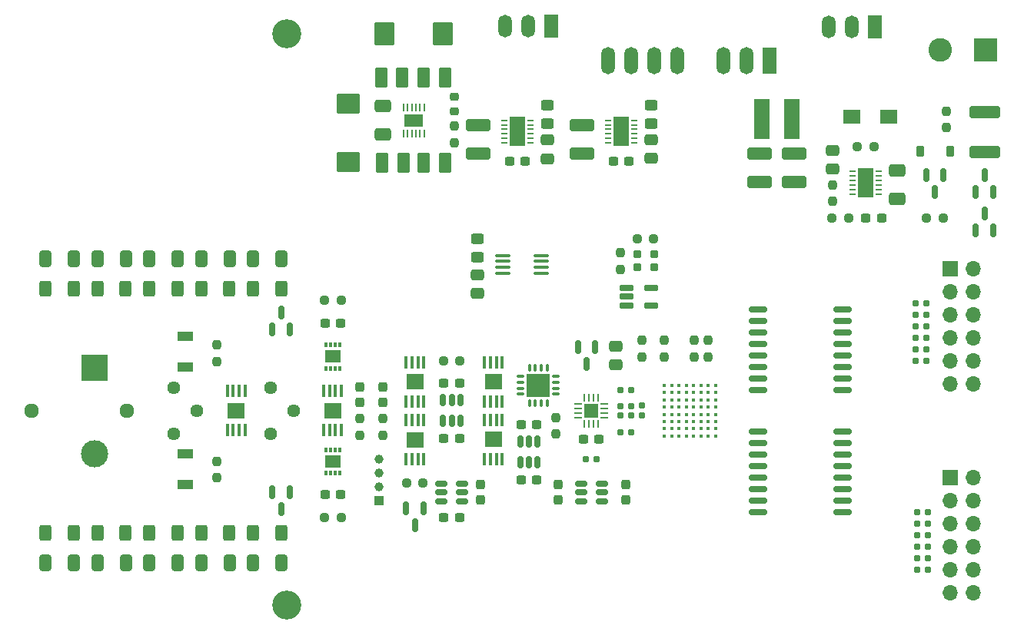
<source format=gbr>
G04 #@! TF.GenerationSoftware,KiCad,Pcbnew,8.0.4*
G04 #@! TF.CreationDate,2024-09-02T12:19:08+02:00*
G04 #@! TF.ProjectId,AD4030-Voltage,41443430-3330-42d5-966f-6c746167652e,rev?*
G04 #@! TF.SameCoordinates,Original*
G04 #@! TF.FileFunction,Soldermask,Top*
G04 #@! TF.FilePolarity,Negative*
%FSLAX46Y46*%
G04 Gerber Fmt 4.6, Leading zero omitted, Abs format (unit mm)*
G04 Created by KiCad (PCBNEW 8.0.4) date 2024-09-02 12:19:08*
%MOMM*%
%LPD*%
G01*
G04 APERTURE LIST*
G04 Aperture macros list*
%AMRoundRect*
0 Rectangle with rounded corners*
0 $1 Rounding radius*
0 $2 $3 $4 $5 $6 $7 $8 $9 X,Y pos of 4 corners*
0 Add a 4 corners polygon primitive as box body*
4,1,4,$2,$3,$4,$5,$6,$7,$8,$9,$2,$3,0*
0 Add four circle primitives for the rounded corners*
1,1,$1+$1,$2,$3*
1,1,$1+$1,$4,$5*
1,1,$1+$1,$6,$7*
1,1,$1+$1,$8,$9*
0 Add four rect primitives between the rounded corners*
20,1,$1+$1,$2,$3,$4,$5,0*
20,1,$1+$1,$4,$5,$6,$7,0*
20,1,$1+$1,$6,$7,$8,$9,0*
20,1,$1+$1,$8,$9,$2,$3,0*%
%AMFreePoly0*
4,1,29,0.178017,0.779942,0.347107,0.720775,0.498792,0.625465,0.625465,0.498792,0.720775,0.347107,0.779942,0.178017,0.800000,0.000000,0.779942,-0.178017,0.720775,-0.347107,0.625465,-0.498792,0.498792,-0.625465,0.347107,-0.720775,0.178017,-0.779942,0.000000,-0.800000,-0.178017,-0.779942,-0.347107,-0.720775,-0.498792,-0.625465,-0.625465,-0.498792,-0.720775,-0.347107,-0.779942,-0.178017,
-0.800000,0.000000,-0.779942,0.178017,-0.720775,0.347107,-0.625465,0.498792,-0.498792,0.625465,-0.347107,0.720775,-0.178017,0.779942,0.000000,0.800000,0.178017,0.779942,0.178017,0.779942,$1*%
G04 Aperture macros list end*
%ADD10RoundRect,0.250000X-0.400000X-0.625000X0.400000X-0.625000X0.400000X0.625000X-0.400000X0.625000X0*%
%ADD11C,1.440000*%
%ADD12RoundRect,0.250000X-1.100000X0.412500X-1.100000X-0.412500X1.100000X-0.412500X1.100000X0.412500X0*%
%ADD13RoundRect,0.250000X-0.412500X-0.650000X0.412500X-0.650000X0.412500X0.650000X-0.412500X0.650000X0*%
%ADD14R,1.500000X3.000000*%
%ADD15O,1.500000X3.000000*%
%ADD16RoundRect,0.237500X0.300000X0.237500X-0.300000X0.237500X-0.300000X-0.237500X0.300000X-0.237500X0*%
%ADD17RoundRect,0.150000X0.150000X-0.587500X0.150000X0.587500X-0.150000X0.587500X-0.150000X-0.587500X0*%
%ADD18RoundRect,0.160000X0.197500X0.160000X-0.197500X0.160000X-0.197500X-0.160000X0.197500X-0.160000X0*%
%ADD19RoundRect,0.237500X0.250000X0.237500X-0.250000X0.237500X-0.250000X-0.237500X0.250000X-0.237500X0*%
%ADD20RoundRect,0.237500X-0.237500X0.250000X-0.237500X-0.250000X0.237500X-0.250000X0.237500X0.250000X0*%
%ADD21RoundRect,0.162500X-0.617500X-0.162500X0.617500X-0.162500X0.617500X0.162500X-0.617500X0.162500X0*%
%ADD22RoundRect,0.250000X-0.475000X0.337500X-0.475000X-0.337500X0.475000X-0.337500X0.475000X0.337500X0*%
%ADD23RoundRect,0.250000X-0.450000X0.325000X-0.450000X-0.325000X0.450000X-0.325000X0.450000X0.325000X0*%
%ADD24RoundRect,0.100000X-0.100000X0.612500X-0.100000X-0.612500X0.100000X-0.612500X0.100000X0.612500X0*%
%ADD25R,1.850000X1.730000*%
%ADD26R,1.000000X1.000000*%
%ADD27C,1.000000*%
%ADD28RoundRect,0.150000X-0.150000X0.587500X-0.150000X-0.587500X0.150000X-0.587500X0.150000X0.587500X0*%
%ADD29RoundRect,0.237500X-0.250000X-0.237500X0.250000X-0.237500X0.250000X0.237500X-0.250000X0.237500X0*%
%ADD30RoundRect,0.160000X-0.197500X-0.160000X0.197500X-0.160000X0.197500X0.160000X-0.197500X0.160000X0*%
%ADD31RoundRect,0.250000X-0.650000X0.412500X-0.650000X-0.412500X0.650000X-0.412500X0.650000X0.412500X0*%
%ADD32RoundRect,0.250000X0.475000X-0.337500X0.475000X0.337500X-0.475000X0.337500X-0.475000X-0.337500X0*%
%ADD33RoundRect,0.150000X0.512500X0.150000X-0.512500X0.150000X-0.512500X-0.150000X0.512500X-0.150000X0*%
%ADD34R,1.800000X1.000000*%
%ADD35R,1.900000X1.500000*%
%ADD36RoundRect,0.237500X-0.300000X-0.237500X0.300000X-0.237500X0.300000X0.237500X-0.300000X0.237500X0*%
%ADD37C,3.200000*%
%ADD38R,2.600000X2.600000*%
%ADD39C,2.600000*%
%ADD40RoundRect,0.200000X-0.250000X0.200000X-0.250000X-0.200000X0.250000X-0.200000X0.250000X0.200000X0*%
%ADD41RoundRect,0.150000X-0.150000X0.512500X-0.150000X-0.512500X0.150000X-0.512500X0.150000X0.512500X0*%
%ADD42R,1.500000X2.500000*%
%ADD43O,1.500000X2.500000*%
%ADD44RoundRect,0.225000X0.225000X0.375000X-0.225000X0.375000X-0.225000X-0.375000X0.225000X-0.375000X0*%
%ADD45R,0.700000X0.250000*%
%ADD46R,1.700000X3.300000*%
%ADD47RoundRect,0.237500X0.237500X-0.300000X0.237500X0.300000X-0.237500X0.300000X-0.237500X-0.300000X0*%
%ADD48RoundRect,0.250000X-1.450000X0.400000X-1.450000X-0.400000X1.450000X-0.400000X1.450000X0.400000X0*%
%ADD49RoundRect,0.155000X-0.212500X-0.155000X0.212500X-0.155000X0.212500X0.155000X-0.212500X0.155000X0*%
%ADD50RoundRect,0.250000X-0.875000X-1.025000X0.875000X-1.025000X0.875000X1.025000X-0.875000X1.025000X0*%
%ADD51RoundRect,0.250000X-1.025000X0.875000X-1.025000X-0.875000X1.025000X-0.875000X1.025000X0.875000X0*%
%ADD52RoundRect,0.150000X0.875000X0.150000X-0.875000X0.150000X-0.875000X-0.150000X0.875000X-0.150000X0*%
%ADD53R,0.203200X0.812800*%
%ADD54R,2.108200X1.320800*%
%ADD55C,0.406400*%
%ADD56RoundRect,0.100000X-0.712500X-0.100000X0.712500X-0.100000X0.712500X0.100000X-0.712500X0.100000X0*%
%ADD57RoundRect,0.075000X-0.337500X-0.075000X0.337500X-0.075000X0.337500X0.075000X-0.337500X0.075000X0*%
%ADD58RoundRect,0.075000X-0.075000X-0.337500X0.075000X-0.337500X0.075000X0.337500X-0.075000X0.337500X0*%
%ADD59R,2.500000X2.500000*%
%ADD60RoundRect,0.155000X0.155000X-0.212500X0.155000X0.212500X-0.155000X0.212500X-0.155000X-0.212500X0*%
%ADD61RoundRect,0.250001X-0.462499X-0.849999X0.462499X-0.849999X0.462499X0.849999X-0.462499X0.849999X0*%
%ADD62RoundRect,0.218750X0.256250X-0.218750X0.256250X0.218750X-0.256250X0.218750X-0.256250X-0.218750X0*%
%ADD63RoundRect,0.087500X-0.087500X0.200000X-0.087500X-0.200000X0.087500X-0.200000X0.087500X0.200000X0*%
%ADD64R,1.740000X1.450000*%
%ADD65RoundRect,0.155000X0.212500X0.155000X-0.212500X0.155000X-0.212500X-0.155000X0.212500X-0.155000X0*%
%ADD66RoundRect,0.237500X-0.237500X0.300000X-0.237500X-0.300000X0.237500X-0.300000X0.237500X0.300000X0*%
%ADD67RoundRect,0.062500X-0.375000X-0.062500X0.375000X-0.062500X0.375000X0.062500X-0.375000X0.062500X0*%
%ADD68RoundRect,0.062500X-0.062500X-0.375000X0.062500X-0.375000X0.062500X0.375000X-0.062500X0.375000X0*%
%ADD69R,1.600000X1.600000*%
%ADD70R,1.700000X1.700000*%
%ADD71O,1.700000X1.700000*%
%ADD72RoundRect,0.237500X0.237500X-0.250000X0.237500X0.250000X-0.237500X0.250000X-0.237500X-0.250000X0*%
%ADD73RoundRect,0.250001X0.462499X0.849999X-0.462499X0.849999X-0.462499X-0.849999X0.462499X-0.849999X0*%
%ADD74RoundRect,0.100000X0.100000X-0.612500X0.100000X0.612500X-0.100000X0.612500X-0.100000X-0.612500X0*%
%ADD75RoundRect,0.150000X-0.875000X-0.150000X0.875000X-0.150000X0.875000X0.150000X-0.875000X0.150000X0*%
%ADD76FreePoly0,270.000000*%
%ADD77R,3.000000X3.000000*%
%ADD78C,3.000000*%
%ADD79RoundRect,0.087500X0.087500X-0.200000X0.087500X0.200000X-0.087500X0.200000X-0.087500X-0.200000X0*%
%ADD80R,1.752600X4.495800*%
G04 APERTURE END LIST*
D10*
G04 #@! TO.C,R205*
X94843000Y-91567000D03*
X97943000Y-91567000D03*
G04 #@! TD*
D11*
G04 #@! TO.C,RV201*
X97536000Y-102489000D03*
X100076000Y-105029000D03*
X97536000Y-107569000D03*
G04 #@! TD*
D12*
G04 #@! TO.C,C507*
X162052000Y-76669500D03*
X162052000Y-79794500D03*
G04 #@! TD*
D13*
G04 #@! TO.C,C206*
X94830500Y-88265000D03*
X97955500Y-88265000D03*
G04 #@! TD*
G04 #@! TO.C,C203*
X89115500Y-88265000D03*
X92240500Y-88265000D03*
G04 #@! TD*
D14*
G04 #@! TO.C,U503*
X163123500Y-66400000D03*
D15*
X160583500Y-66400000D03*
X158043500Y-66400000D03*
X152963500Y-66400000D03*
X150423500Y-66400000D03*
X147883500Y-66400000D03*
X145343500Y-66400000D03*
G04 #@! TD*
D16*
G04 #@! TO.C,C518*
X136244500Y-77564500D03*
X134519500Y-77564500D03*
G04 #@! TD*
D17*
G04 #@! TO.C,Q501*
X185867000Y-80947500D03*
X187767000Y-80947500D03*
X186817000Y-79072500D03*
G04 #@! TD*
D18*
G04 #@! TO.C,R412*
X180556500Y-117475000D03*
X179361500Y-117475000D03*
G04 #@! TD*
D19*
G04 #@! TO.C,R506*
X174648500Y-75946000D03*
X172823500Y-75946000D03*
G04 #@! TD*
D10*
G04 #@! TO.C,R206*
X94843000Y-118491000D03*
X97943000Y-118491000D03*
G04 #@! TD*
D20*
G04 #@! TO.C,R308*
X149098000Y-97258500D03*
X149098000Y-99083500D03*
G04 #@! TD*
D18*
G04 #@! TO.C,R407*
X180429500Y-99568000D03*
X179234500Y-99568000D03*
G04 #@! TD*
D21*
G04 #@! TO.C,U302*
X147367000Y-91506000D03*
X147367000Y-92456000D03*
X147367000Y-93406000D03*
X150067000Y-93406000D03*
X150067000Y-91506000D03*
G04 #@! TD*
D22*
G04 #@! TO.C,C314*
X130937000Y-90021500D03*
X130937000Y-92096500D03*
G04 #@! TD*
D23*
G04 #@! TO.C,FB301*
X130937000Y-86097000D03*
X130937000Y-88147000D03*
G04 #@! TD*
D24*
G04 #@! TO.C,RN206*
X133690000Y-106041500D03*
X133040000Y-106041500D03*
X132390000Y-106041500D03*
X131740000Y-106041500D03*
X131740000Y-110366500D03*
X132390000Y-110366500D03*
X133040000Y-110366500D03*
X133690000Y-110366500D03*
D25*
X132715000Y-108204000D03*
G04 #@! TD*
D24*
G04 #@! TO.C,RN201*
X105369000Y-102866500D03*
X104719000Y-102866500D03*
X104069000Y-102866500D03*
X103419000Y-102866500D03*
X103419000Y-107191500D03*
X104069000Y-107191500D03*
X104719000Y-107191500D03*
X105369000Y-107191500D03*
D25*
X104394000Y-105029000D03*
G04 #@! TD*
D23*
G04 #@! TO.C,FB502*
X150114000Y-71332500D03*
X150114000Y-73382500D03*
G04 #@! TD*
D26*
G04 #@! TO.C,K201*
X120142000Y-114935000D03*
D27*
X120142000Y-113415000D03*
X120142000Y-111895000D03*
X120142000Y-110375000D03*
G04 #@! TD*
D28*
G04 #@! TO.C,Q201*
X125029000Y-115775500D03*
X123129000Y-115775500D03*
X124079000Y-117650500D03*
G04 #@! TD*
D29*
G04 #@! TO.C,R222*
X127230500Y-99568000D03*
X129055500Y-99568000D03*
G04 #@! TD*
D16*
G04 #@! TO.C,C214*
X137514500Y-112649000D03*
X135789500Y-112649000D03*
G04 #@! TD*
D19*
G04 #@! TO.C,R218*
X115974500Y-116840000D03*
X114149500Y-116840000D03*
G04 #@! TD*
D30*
G04 #@! TO.C,R403*
X179234500Y-93218000D03*
X180429500Y-93218000D03*
G04 #@! TD*
D18*
G04 #@! TO.C,R409*
X180429500Y-94488000D03*
X179234500Y-94488000D03*
G04 #@! TD*
D31*
G04 #@! TO.C,C510*
X177165000Y-78574500D03*
X177165000Y-81699500D03*
G04 #@! TD*
D30*
G04 #@! TO.C,R406*
X179361500Y-116205000D03*
X180556500Y-116205000D03*
G04 #@! TD*
D13*
G04 #@! TO.C,C213*
X106260500Y-121793000D03*
X109385500Y-121793000D03*
G04 #@! TD*
D32*
G04 #@! TO.C,C517*
X170053000Y-78380500D03*
X170053000Y-76305500D03*
G04 #@! TD*
D30*
G04 #@! TO.C,R402*
X179234500Y-95758000D03*
X180429500Y-95758000D03*
G04 #@! TD*
D20*
G04 #@! TO.C,R307*
X151511000Y-97258500D03*
X151511000Y-99083500D03*
G04 #@! TD*
D16*
G04 #@! TO.C,C231*
X115924500Y-114300000D03*
X114199500Y-114300000D03*
G04 #@! TD*
D20*
G04 #@! TO.C,R309*
X156337000Y-97258500D03*
X156337000Y-99083500D03*
G04 #@! TD*
D29*
G04 #@! TO.C,R504*
X170029500Y-83820000D03*
X171854500Y-83820000D03*
G04 #@! TD*
D17*
G04 #@! TO.C,D201*
X108397000Y-96060500D03*
X110297000Y-96060500D03*
X109347000Y-94185500D03*
G04 #@! TD*
D12*
G04 #@! TO.C,C503*
X165862000Y-76669500D03*
X165862000Y-79794500D03*
G04 #@! TD*
D10*
G04 #@! TO.C,R209*
X106273000Y-91567000D03*
X109373000Y-91567000D03*
G04 #@! TD*
D33*
G04 #@! TO.C,U207*
X144647500Y-114996000D03*
X144647500Y-114046000D03*
X144647500Y-113096000D03*
X142372500Y-113096000D03*
X142372500Y-114046000D03*
X142372500Y-114996000D03*
G04 #@! TD*
D34*
G04 #@! TO.C,C222*
X98806000Y-96852000D03*
X98806000Y-100252000D03*
G04 #@! TD*
D12*
G04 #@! TO.C,C521*
X131064000Y-73589000D03*
X131064000Y-76714000D03*
G04 #@! TD*
D13*
G04 #@! TO.C,C210*
X100545500Y-121793000D03*
X103670500Y-121793000D03*
G04 #@! TD*
D30*
G04 #@! TO.C,R404*
X179361500Y-121285000D03*
X180556500Y-121285000D03*
G04 #@! TD*
D35*
G04 #@! TO.C,L503*
X176294000Y-72644000D03*
X172194000Y-72644000D03*
G04 #@! TD*
D16*
G04 #@! TO.C,C230*
X115924500Y-95377000D03*
X114199500Y-95377000D03*
G04 #@! TD*
D36*
G04 #@! TO.C,C226*
X135789500Y-106553000D03*
X137514500Y-106553000D03*
G04 #@! TD*
D13*
G04 #@! TO.C,C202*
X83400500Y-121793000D03*
X86525500Y-121793000D03*
G04 #@! TD*
D37*
G04 #@! TO.C,H102*
X110000000Y-126500000D03*
G04 #@! TD*
D36*
G04 #@! TO.C,C218*
X127280500Y-101981000D03*
X129005500Y-101981000D03*
G04 #@! TD*
D38*
G04 #@! TO.C,J501*
X186904000Y-65227000D03*
D39*
X181904000Y-65227000D03*
G04 #@! TD*
D40*
G04 #@! TO.C,X301*
X150404000Y-87794000D03*
X148554000Y-87794000D03*
X148554000Y-89244000D03*
X150404000Y-89244000D03*
G04 #@! TD*
D10*
G04 #@! TO.C,R207*
X100558000Y-91567000D03*
X103658000Y-91567000D03*
G04 #@! TD*
D41*
G04 #@! TO.C,U205*
X129093000Y-103891500D03*
X128143000Y-103891500D03*
X127193000Y-103891500D03*
X127193000Y-106166500D03*
X128143000Y-106166500D03*
X129093000Y-106166500D03*
G04 #@! TD*
D42*
G04 #@! TO.C,U502*
X174752000Y-62682500D03*
D43*
X172212000Y-62682500D03*
X169672000Y-62682500D03*
G04 #@! TD*
D11*
G04 #@! TO.C,RV202*
X108204000Y-102489000D03*
X110744000Y-105029000D03*
X108204000Y-107569000D03*
G04 #@! TD*
D41*
G04 #@! TO.C,U206*
X137602000Y-108463500D03*
X136652000Y-108463500D03*
X135702000Y-108463500D03*
X135702000Y-110738500D03*
X136652000Y-110738500D03*
X137602000Y-110738500D03*
G04 #@! TD*
D19*
G04 #@! TO.C,R501*
X182268500Y-83820000D03*
X180443500Y-83820000D03*
G04 #@! TD*
D31*
G04 #@! TO.C,C505*
X120523000Y-71462500D03*
X120523000Y-74587500D03*
G04 #@! TD*
D44*
G04 #@! TO.C,D502*
X183006000Y-76454000D03*
X179706000Y-76454000D03*
G04 #@! TD*
D24*
G04 #@! TO.C,RN203*
X125054000Y-99691500D03*
X124404000Y-99691500D03*
X123754000Y-99691500D03*
X123104000Y-99691500D03*
X123104000Y-104016500D03*
X123754000Y-104016500D03*
X124404000Y-104016500D03*
X125054000Y-104016500D03*
D25*
X124079000Y-101854000D03*
G04 #@! TD*
D18*
G04 #@! TO.C,R410*
X180556500Y-122555000D03*
X179361500Y-122555000D03*
G04 #@! TD*
D30*
G04 #@! TO.C,R303*
X142912500Y-110363000D03*
X144107500Y-110363000D03*
G04 #@! TD*
D10*
G04 #@! TO.C,R208*
X100558000Y-118491000D03*
X103658000Y-118491000D03*
G04 #@! TD*
D20*
G04 #@! TO.C,R503*
X170053000Y-80113500D03*
X170053000Y-81938500D03*
G04 #@! TD*
D45*
G04 #@! TO.C,U504*
X172286000Y-78633000D03*
X172286000Y-79133000D03*
X172286000Y-79633000D03*
X172286000Y-80133000D03*
X172286000Y-80633000D03*
X172286000Y-81133000D03*
X175186000Y-81133000D03*
X175186000Y-80633000D03*
X175186000Y-80133000D03*
X175186000Y-79633000D03*
X175186000Y-79133000D03*
X175186000Y-78633000D03*
D46*
X173736000Y-79883000D03*
G04 #@! TD*
D37*
G04 #@! TO.C,H101*
X110000000Y-63500000D03*
G04 #@! TD*
D47*
G04 #@! TO.C,C233*
X139827000Y-114908500D03*
X139827000Y-113183500D03*
G04 #@! TD*
D13*
G04 #@! TO.C,C201*
X83400500Y-88265000D03*
X86525500Y-88265000D03*
G04 #@! TD*
D10*
G04 #@! TO.C,R202*
X83413000Y-118491000D03*
X86513000Y-118491000D03*
G04 #@! TD*
G04 #@! TO.C,R210*
X106273000Y-118491000D03*
X109373000Y-118491000D03*
G04 #@! TD*
D48*
G04 #@! TO.C,F501*
X186817000Y-72070000D03*
X186817000Y-76520000D03*
G04 #@! TD*
D49*
G04 #@! TO.C,C308*
X146752500Y-102743000D03*
X147887500Y-102743000D03*
G04 #@! TD*
D50*
G04 #@! TO.C,C508*
X120752000Y-63500000D03*
X127152000Y-63500000D03*
G04 #@! TD*
D51*
G04 #@! TO.C,C509*
X116713000Y-71222000D03*
X116713000Y-77622000D03*
G04 #@! TD*
D30*
G04 #@! TO.C,R306*
X146722500Y-104521000D03*
X147917500Y-104521000D03*
G04 #@! TD*
D52*
G04 #@! TO.C,U402*
X171147000Y-116205000D03*
X171147000Y-114935000D03*
X171147000Y-113665000D03*
X171147000Y-112395000D03*
X171147000Y-111125000D03*
X171147000Y-109855000D03*
X171147000Y-108585000D03*
X171147000Y-107315000D03*
X161847000Y-107315000D03*
X161847000Y-108585000D03*
X161847000Y-109855000D03*
X161847000Y-111125000D03*
X161847000Y-112395000D03*
X161847000Y-113665000D03*
X161847000Y-114935000D03*
X161847000Y-116205000D03*
G04 #@! TD*
D29*
G04 #@! TO.C,R217*
X114149500Y-92837000D03*
X115974500Y-92837000D03*
G04 #@! TD*
D30*
G04 #@! TO.C,R305*
X146722500Y-105537000D03*
X147917500Y-105537000D03*
G04 #@! TD*
D10*
G04 #@! TO.C,R203*
X89128000Y-91562000D03*
X92228000Y-91562000D03*
G04 #@! TD*
D28*
G04 #@! TO.C,Q502*
X182306000Y-79072500D03*
X180406000Y-79072500D03*
X181356000Y-80947500D03*
G04 #@! TD*
D53*
G04 #@! TO.C,U501*
X125087002Y-71571200D03*
X124637000Y-71571200D03*
X124187001Y-71571200D03*
X123736999Y-71571200D03*
X123287000Y-71571200D03*
X122837001Y-71571200D03*
X122836998Y-74466800D03*
X123287000Y-74466800D03*
X123736999Y-74466800D03*
X124187001Y-74466800D03*
X124637000Y-74466800D03*
X125086999Y-74466800D03*
D54*
X123962000Y-73019000D03*
G04 #@! TD*
D42*
G04 #@! TO.C,U507*
X139065000Y-62611000D03*
D43*
X136525000Y-62611000D03*
X133985000Y-62611000D03*
G04 #@! TD*
D55*
G04 #@! TO.C,U303*
X151575000Y-102229000D03*
X152375000Y-102229000D03*
X153175000Y-102229000D03*
X153975000Y-102229000D03*
X154775000Y-102229000D03*
X155575000Y-102229000D03*
X156375000Y-102229000D03*
X157175000Y-102229000D03*
X151575000Y-103029000D03*
X152375000Y-103029000D03*
X153175000Y-103029000D03*
X153975000Y-103029000D03*
X154775000Y-103029000D03*
X155575000Y-103029000D03*
X156375000Y-103029000D03*
X157175000Y-103029000D03*
X151575000Y-103829000D03*
X152375000Y-103829000D03*
X153175000Y-103829000D03*
X153975000Y-103829000D03*
X154775000Y-103829000D03*
X155575000Y-103829000D03*
X156375000Y-103829000D03*
X157175000Y-103829000D03*
X151575000Y-104629000D03*
X152375000Y-104629000D03*
X153175000Y-104629000D03*
X153975000Y-104629000D03*
X154775000Y-104629000D03*
X155575000Y-104629000D03*
X156375000Y-104629000D03*
X157175000Y-104629000D03*
X151575000Y-105429000D03*
X152375000Y-105429000D03*
X153175000Y-105429000D03*
X153975000Y-105429000D03*
X154775000Y-105429000D03*
X155575000Y-105429000D03*
X156375000Y-105429000D03*
X157175000Y-105429000D03*
X151575000Y-106229000D03*
X152375000Y-106229000D03*
X153175000Y-106229000D03*
X153975000Y-106229000D03*
X154775000Y-106229000D03*
X155575000Y-106229000D03*
X156375000Y-106229000D03*
X157175000Y-106229000D03*
X151575000Y-107029000D03*
X152375000Y-107029000D03*
X153175000Y-107029000D03*
X153975000Y-107029000D03*
X154775000Y-107029000D03*
X155575000Y-107029000D03*
X156375000Y-107029000D03*
X157175000Y-107029000D03*
X151575000Y-107829000D03*
X152375000Y-107829000D03*
X153175000Y-107829000D03*
X153975000Y-107829000D03*
X154775000Y-107829000D03*
X155575000Y-107829000D03*
X156375000Y-107829000D03*
X157175000Y-107829000D03*
G04 #@! TD*
D13*
G04 #@! TO.C,C204*
X89115500Y-121793000D03*
X92240500Y-121793000D03*
G04 #@! TD*
D33*
G04 #@! TO.C,U204*
X129280500Y-114996000D03*
X129280500Y-114046000D03*
X129280500Y-113096000D03*
X127005500Y-113096000D03*
X127005500Y-114046000D03*
X127005500Y-114996000D03*
G04 #@! TD*
D18*
G04 #@! TO.C,R408*
X180429500Y-97028000D03*
X179234500Y-97028000D03*
G04 #@! TD*
D34*
G04 #@! TO.C,C223*
X98806000Y-113206000D03*
X98806000Y-109806000D03*
G04 #@! TD*
D56*
G04 #@! TO.C,U304*
X133777500Y-87925000D03*
X133777500Y-88575000D03*
X133777500Y-89225000D03*
X133777500Y-89875000D03*
X138002500Y-89875000D03*
X138002500Y-89225000D03*
X138002500Y-88575000D03*
X138002500Y-87925000D03*
G04 #@! TD*
D28*
G04 #@! TO.C,D202*
X110297000Y-113997500D03*
X108397000Y-113997500D03*
X109347000Y-115872500D03*
G04 #@! TD*
D13*
G04 #@! TO.C,C209*
X100545500Y-88265000D03*
X103670500Y-88265000D03*
G04 #@! TD*
D18*
G04 #@! TO.C,R411*
X180556500Y-120015000D03*
X179361500Y-120015000D03*
G04 #@! TD*
D45*
G04 #@! TO.C,U506*
X145362000Y-73012500D03*
X145362000Y-73512500D03*
X145362000Y-74012500D03*
X145362000Y-74512500D03*
X145362000Y-75012500D03*
X145362000Y-75512500D03*
X148262000Y-75512500D03*
X148262000Y-75012500D03*
X148262000Y-74512500D03*
X148262000Y-74012500D03*
X148262000Y-73512500D03*
X148262000Y-73012500D03*
D46*
X146812000Y-74262500D03*
G04 #@! TD*
D57*
G04 #@! TO.C,U201*
X135730500Y-101260000D03*
X135730500Y-101910000D03*
X135730500Y-102560000D03*
X135730500Y-103210000D03*
D58*
X136693000Y-104172500D03*
X137343000Y-104172500D03*
X137993000Y-104172500D03*
X138643000Y-104172500D03*
D57*
X139605500Y-103210000D03*
X139605500Y-102560000D03*
X139605500Y-101910000D03*
X139605500Y-101260000D03*
D58*
X138643000Y-100297500D03*
X137993000Y-100297500D03*
X137343000Y-100297500D03*
X136693000Y-100297500D03*
D59*
X137668000Y-102235000D03*
G04 #@! TD*
D20*
G04 #@! TO.C,R302*
X146685000Y-87606500D03*
X146685000Y-89431500D03*
G04 #@! TD*
D24*
G04 #@! TO.C,RN204*
X125054000Y-106090500D03*
X124404000Y-106090500D03*
X123754000Y-106090500D03*
X123104000Y-106090500D03*
X123104000Y-110415500D03*
X123754000Y-110415500D03*
X124404000Y-110415500D03*
X125054000Y-110415500D03*
D25*
X124079000Y-108253000D03*
G04 #@! TD*
D24*
G04 #@! TO.C,RN205*
X133690000Y-99691500D03*
X133040000Y-99691500D03*
X132390000Y-99691500D03*
X131740000Y-99691500D03*
X131740000Y-104016500D03*
X132390000Y-104016500D03*
X133040000Y-104016500D03*
X133690000Y-104016500D03*
D25*
X132715000Y-101854000D03*
G04 #@! TD*
D17*
G04 #@! TO.C,D501*
X185867000Y-85138500D03*
X187767000Y-85138500D03*
X186817000Y-83263500D03*
G04 #@! TD*
D60*
G04 #@! TO.C,C310*
X149098000Y-105596500D03*
X149098000Y-104461500D03*
G04 #@! TD*
D20*
G04 #@! TO.C,R215*
X102235000Y-97766500D03*
X102235000Y-99591500D03*
G04 #@! TD*
D61*
G04 #@! TO.C,L502*
X125075500Y-77724000D03*
X127400500Y-77724000D03*
G04 #@! TD*
D29*
G04 #@! TO.C,R221*
X123166500Y-113030000D03*
X124991500Y-113030000D03*
G04 #@! TD*
D62*
G04 #@! TO.C,D503*
X128397000Y-72034500D03*
X128397000Y-70459500D03*
G04 #@! TD*
D20*
G04 #@! TO.C,R505*
X128397000Y-73636500D03*
X128397000Y-75461500D03*
G04 #@! TD*
D16*
G04 #@! TO.C,C519*
X147674500Y-77564500D03*
X145949500Y-77564500D03*
G04 #@! TD*
D63*
G04 #@! TO.C,U202*
X115812000Y-97772500D03*
X115312000Y-97772500D03*
X114812000Y-97772500D03*
X114312000Y-97772500D03*
X114312000Y-100347500D03*
X114812000Y-100347500D03*
X115312000Y-100347500D03*
X115812000Y-100347500D03*
D64*
X115062000Y-99060000D03*
G04 #@! TD*
D47*
G04 #@! TO.C,C227*
X117983000Y-104113500D03*
X117983000Y-102388500D03*
G04 #@! TD*
D65*
G04 #@! TO.C,C307*
X147887500Y-107442000D03*
X146752500Y-107442000D03*
G04 #@! TD*
D66*
G04 #@! TO.C,C228*
X120523000Y-102388500D03*
X120523000Y-104113500D03*
G04 #@! TD*
D30*
G04 #@! TO.C,R401*
X179234500Y-98298000D03*
X180429500Y-98298000D03*
G04 #@! TD*
D67*
G04 #@! TO.C,U301*
X142072500Y-104279000D03*
X142072500Y-104779000D03*
X142072500Y-105279000D03*
X142072500Y-105779000D03*
D68*
X142760000Y-106466500D03*
X143260000Y-106466500D03*
X143760000Y-106466500D03*
X144260000Y-106466500D03*
D67*
X144947500Y-105779000D03*
X144947500Y-105279000D03*
X144947500Y-104779000D03*
X144947500Y-104279000D03*
D68*
X144260000Y-103591500D03*
X143760000Y-103591500D03*
X143260000Y-103591500D03*
X142760000Y-103591500D03*
D69*
X143510000Y-105029000D03*
G04 #@! TD*
D70*
G04 #@! TO.C,J403*
X183007000Y-89408000D03*
D71*
X185547000Y-89408000D03*
X183007000Y-91948000D03*
X185547000Y-91948000D03*
X183007000Y-94488000D03*
X185547000Y-94488000D03*
X183007000Y-97028000D03*
X185547000Y-97028000D03*
X183007000Y-99568000D03*
X185547000Y-99568000D03*
X183007000Y-102108000D03*
X185547000Y-102108000D03*
G04 #@! TD*
D20*
G04 #@! TO.C,R219*
X117983000Y-105894500D03*
X117983000Y-107719500D03*
G04 #@! TD*
D47*
G04 #@! TO.C,C235*
X147320000Y-114908500D03*
X147320000Y-113183500D03*
G04 #@! TD*
D13*
G04 #@! TO.C,C207*
X94830500Y-121793000D03*
X97955500Y-121793000D03*
G04 #@! TD*
D22*
G04 #@! TO.C,C512*
X150114000Y-75130000D03*
X150114000Y-77205000D03*
G04 #@! TD*
D20*
G04 #@! TO.C,R216*
X102235000Y-110593500D03*
X102235000Y-112418500D03*
G04 #@! TD*
D36*
G04 #@! TO.C,C301*
X142647500Y-108204000D03*
X144372500Y-108204000D03*
G04 #@! TD*
D13*
G04 #@! TO.C,C212*
X106260500Y-88265000D03*
X109385500Y-88265000D03*
G04 #@! TD*
D16*
G04 #@! TO.C,C205*
X129005500Y-108077000D03*
X127280500Y-108077000D03*
G04 #@! TD*
G04 #@! TO.C,C513*
X175487500Y-83820000D03*
X173762500Y-83820000D03*
G04 #@! TD*
D72*
G04 #@! TO.C,C316*
X154813000Y-99083500D03*
X154813000Y-97258500D03*
G04 #@! TD*
D45*
G04 #@! TO.C,U505*
X133932000Y-73012500D03*
X133932000Y-73512500D03*
X133932000Y-74012500D03*
X133932000Y-74512500D03*
X133932000Y-75012500D03*
X133932000Y-75512500D03*
X136832000Y-75512500D03*
X136832000Y-75012500D03*
X136832000Y-74512500D03*
X136832000Y-74012500D03*
X136832000Y-73512500D03*
X136832000Y-73012500D03*
D46*
X135382000Y-74262500D03*
G04 #@! TD*
D10*
G04 #@! TO.C,R204*
X89128000Y-118491000D03*
X92228000Y-118491000D03*
G04 #@! TD*
D29*
G04 #@! TO.C,R301*
X148566500Y-86106000D03*
X150391500Y-86106000D03*
G04 #@! TD*
D73*
G04 #@! TO.C,L505*
X122828500Y-77724000D03*
X120503500Y-77724000D03*
G04 #@! TD*
D32*
G04 #@! TO.C,C319*
X146177000Y-99970500D03*
X146177000Y-97895500D03*
G04 #@! TD*
D74*
G04 #@! TO.C,RN202*
X114042000Y-107191500D03*
X114692000Y-107191500D03*
X115342000Y-107191500D03*
X115992000Y-107191500D03*
X115992000Y-102866500D03*
X115342000Y-102866500D03*
X114692000Y-102866500D03*
X114042000Y-102866500D03*
D25*
X115017000Y-105029000D03*
G04 #@! TD*
D36*
G04 #@! TO.C,C232*
X127280500Y-116840000D03*
X129005500Y-116840000D03*
G04 #@! TD*
D75*
G04 #@! TO.C,U401*
X161847000Y-93853000D03*
X161847000Y-95123000D03*
X161847000Y-96393000D03*
X161847000Y-97663000D03*
X161847000Y-98933000D03*
X161847000Y-100203000D03*
X161847000Y-101473000D03*
X161847000Y-102743000D03*
X171147000Y-102743000D03*
X171147000Y-101473000D03*
X171147000Y-100203000D03*
X171147000Y-98933000D03*
X171147000Y-97663000D03*
X171147000Y-96393000D03*
X171147000Y-95123000D03*
X171147000Y-93853000D03*
G04 #@! TD*
D76*
G04 #@! TO.C,J201*
X92373000Y-105029000D03*
X81873000Y-105029000D03*
D77*
X88773000Y-100269000D03*
D78*
X88773000Y-109789000D03*
G04 #@! TD*
D12*
G04 #@! TO.C,C520*
X142494000Y-73589000D03*
X142494000Y-76714000D03*
G04 #@! TD*
D73*
G04 #@! TO.C,L506*
X122701500Y-68326000D03*
X120376500Y-68326000D03*
G04 #@! TD*
D47*
G04 #@! TO.C,C234*
X131318000Y-114908500D03*
X131318000Y-113183500D03*
G04 #@! TD*
D22*
G04 #@! TO.C,C511*
X138684000Y-75162500D03*
X138684000Y-77237500D03*
G04 #@! TD*
D72*
G04 #@! TO.C,R502*
X182626000Y-73810500D03*
X182626000Y-71985500D03*
G04 #@! TD*
D10*
G04 #@! TO.C,R201*
X83413000Y-91567000D03*
X86513000Y-91567000D03*
G04 #@! TD*
D20*
G04 #@! TO.C,R223*
X139573000Y-105767500D03*
X139573000Y-107592500D03*
G04 #@! TD*
G04 #@! TO.C,R220*
X120523000Y-105894500D03*
X120523000Y-107719500D03*
G04 #@! TD*
D28*
G04 #@! TO.C,RN301*
X143952000Y-97995500D03*
X142052000Y-97995500D03*
X143002000Y-99870500D03*
G04 #@! TD*
D79*
G04 #@! TO.C,U203*
X114312000Y-111904500D03*
X114812000Y-111904500D03*
X115312000Y-111904500D03*
X115812000Y-111904500D03*
X115812000Y-109329500D03*
X115312000Y-109329500D03*
X114812000Y-109329500D03*
X114312000Y-109329500D03*
D64*
X115062000Y-110617000D03*
G04 #@! TD*
D30*
G04 #@! TO.C,R405*
X179361500Y-118745000D03*
X180556500Y-118745000D03*
G04 #@! TD*
D73*
G04 #@! TO.C,L501*
X127400500Y-68326000D03*
X125075500Y-68326000D03*
G04 #@! TD*
D80*
G04 #@! TO.C,L504*
X165582001Y-72898000D03*
X162331999Y-72898000D03*
G04 #@! TD*
D23*
G04 #@! TO.C,FB501*
X138684000Y-71365000D03*
X138684000Y-73415000D03*
G04 #@! TD*
D70*
G04 #@! TO.C,J404*
X183007000Y-112408000D03*
D71*
X185547000Y-112408000D03*
X183007000Y-114948000D03*
X185547000Y-114948000D03*
X183007000Y-117488000D03*
X185547000Y-117488000D03*
X183007000Y-120028000D03*
X185547000Y-120028000D03*
X183007000Y-122568000D03*
X185547000Y-122568000D03*
X183007000Y-125108000D03*
X185547000Y-125108000D03*
G04 #@! TD*
M02*

</source>
